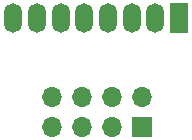
<source format=gbr>
%TF.GenerationSoftware,KiCad,Pcbnew,9.0.0*%
%TF.CreationDate,2025-03-11T10:13:07-07:00*%
%TF.ProjectId,360LPNeckfromBodyWithPinHeaders,3336304c-504e-4656-936b-66726f6d426f,rev?*%
%TF.SameCoordinates,Original*%
%TF.FileFunction,Soldermask,Top*%
%TF.FilePolarity,Negative*%
%FSLAX46Y46*%
G04 Gerber Fmt 4.6, Leading zero omitted, Abs format (unit mm)*
G04 Created by KiCad (PCBNEW 9.0.0) date 2025-03-11 10:13:07*
%MOMM*%
%LPD*%
G01*
G04 APERTURE LIST*
%ADD10R,1.500000X2.500000*%
%ADD11O,1.500000X2.500000*%
%ADD12R,1.700000X1.700000*%
%ADD13O,1.700000X1.700000*%
G04 APERTURE END LIST*
D10*
%TO.C,J1*%
X39500000Y-21100000D03*
D11*
X37500000Y-21100000D03*
X35500000Y-21100000D03*
X33500000Y-21100000D03*
X31500000Y-21100000D03*
X29500000Y-21100000D03*
X27500000Y-21100000D03*
X25500000Y-21100000D03*
%TD*%
D12*
%TO.C,J2*%
X36350000Y-30325000D03*
D13*
X36350000Y-27785000D03*
X33810000Y-30325000D03*
X33810000Y-27785000D03*
X31270000Y-30325000D03*
X31270000Y-27785000D03*
X28730000Y-30325000D03*
X28730000Y-27785000D03*
%TD*%
M02*

</source>
